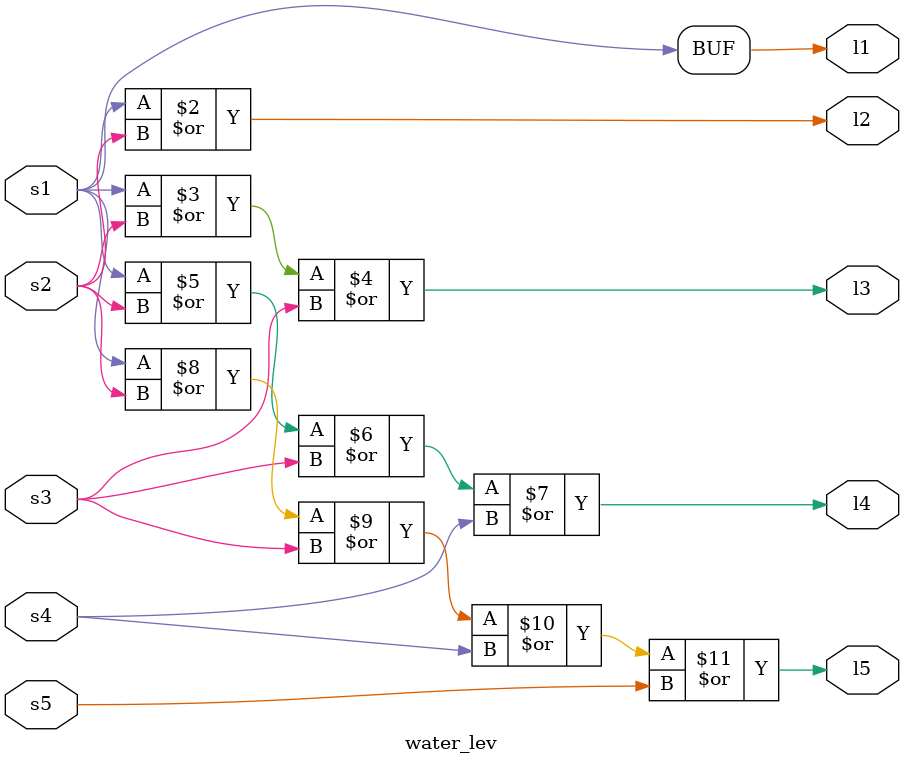
<source format=v>
/*
 --------------------
|         S1         |   S1 is the highest level
|         S2         |
|         S3         |
|         S4         |
|         S5         |
----------------------  S5 is the lowest level

*/

module water_lev(input s1,s2,s3,s4,s5, //s5 is the lowest level and s1 is the highest
output reg l1,l2,l3,l4,l5);            

 always @(*)begin
      l1=s1;
      l2=s1|s2;
      l3=s1|s2|s3;
      l4=s1|s2|s3|s4;
      l5=s1|s2|s3|s4|s5;
      
  end
  endmodule
     

</source>
